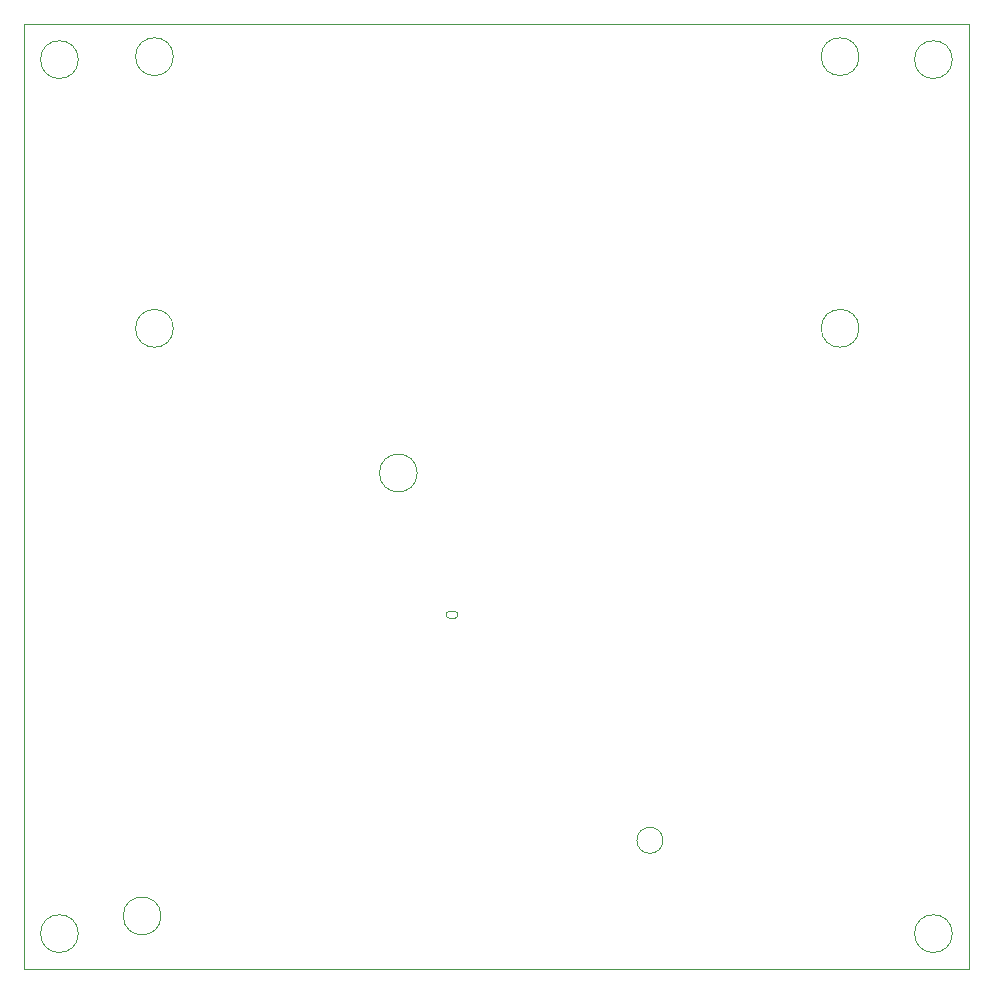
<source format=gm1>
%TF.GenerationSoftware,KiCad,Pcbnew,9.0.5*%
%TF.CreationDate,2026-01-09T12:03:12-06:00*%
%TF.ProjectId,dreamV1_0,64726561-6d56-4315-9f30-2e6b69636164,1*%
%TF.SameCoordinates,Original*%
%TF.FileFunction,Profile,NP*%
%FSLAX46Y46*%
G04 Gerber Fmt 4.6, Leading zero omitted, Abs format (unit mm)*
G04 Created by KiCad (PCBNEW 9.0.5) date 2026-01-09 12:03:12*
%MOMM*%
%LPD*%
G01*
G04 APERTURE LIST*
%TA.AperFunction,Profile*%
%ADD10C,0.050000*%
%TD*%
%TA.AperFunction,Profile*%
%ADD11C,0.010000*%
%TD*%
G04 APERTURE END LIST*
D10*
X120700000Y-75750000D02*
G75*
G02*
X117500000Y-75750000I-1600000J0D01*
G01*
X117500000Y-75750000D02*
G75*
G02*
X120700000Y-75750000I1600000J0D01*
G01*
X128600000Y-127000000D02*
G75*
G02*
X125400000Y-127000000I-1600000J0D01*
G01*
X125400000Y-127000000D02*
G75*
G02*
X128600000Y-127000000I1600000J0D01*
G01*
X120700000Y-52750000D02*
G75*
G02*
X117500000Y-52750000I-1600000J0D01*
G01*
X117500000Y-52750000D02*
G75*
G02*
X120700000Y-52750000I1600000J0D01*
G01*
X104100000Y-119100000D02*
G75*
G02*
X101900000Y-119100000I-1100000J0D01*
G01*
X101900000Y-119100000D02*
G75*
G02*
X104100000Y-119100000I1100000J0D01*
G01*
X61600000Y-125500000D02*
G75*
G02*
X58400000Y-125500000I-1600000J0D01*
G01*
X58400000Y-125500000D02*
G75*
G02*
X61600000Y-125500000I1600000J0D01*
G01*
X54600000Y-53000000D02*
G75*
G02*
X51400000Y-53000000I-1600000J0D01*
G01*
X51400000Y-53000000D02*
G75*
G02*
X54600000Y-53000000I1600000J0D01*
G01*
X62650000Y-52750000D02*
G75*
G02*
X59450000Y-52750000I-1600000J0D01*
G01*
X59450000Y-52750000D02*
G75*
G02*
X62650000Y-52750000I1600000J0D01*
G01*
X62650000Y-75750000D02*
G75*
G02*
X59450000Y-75750000I-1600000J0D01*
G01*
X59450000Y-75750000D02*
G75*
G02*
X62650000Y-75750000I1600000J0D01*
G01*
X54600000Y-127000000D02*
G75*
G02*
X51400000Y-127000000I-1600000J0D01*
G01*
X51400000Y-127000000D02*
G75*
G02*
X54600000Y-127000000I1600000J0D01*
G01*
X128600000Y-53000000D02*
G75*
G02*
X125400000Y-53000000I-1600000J0D01*
G01*
X125400000Y-53000000D02*
G75*
G02*
X128600000Y-53000000I1600000J0D01*
G01*
X83300000Y-88000000D02*
G75*
G02*
X80100000Y-88000000I-1600000J0D01*
G01*
X80100000Y-88000000D02*
G75*
G02*
X83300000Y-88000000I1600000J0D01*
G01*
X50000000Y-50000000D02*
X130000000Y-50000000D01*
X130000000Y-130000000D01*
X50000000Y-130000000D01*
X50000000Y-50000000D01*
D11*
%TO.C,J11*%
X86040000Y-99710000D02*
X86460000Y-99710000D01*
X86460000Y-100290000D02*
X86040000Y-100290000D01*
X86040000Y-100290000D02*
G75*
G02*
X86040000Y-99710000I0J290000D01*
G01*
X86460000Y-99710000D02*
G75*
G02*
X86460000Y-100290000I0J-290000D01*
G01*
%TD*%
M02*

</source>
